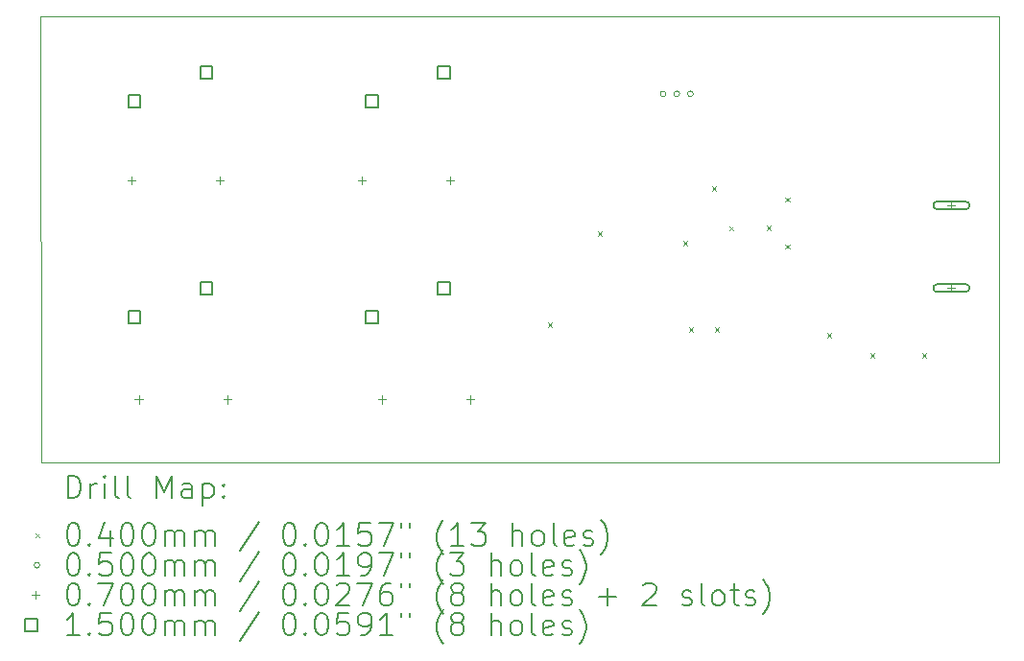
<source format=gbr>
%TF.GenerationSoftware,KiCad,Pcbnew,7.0.1*%
%TF.CreationDate,2023-04-28T17:45:18+02:00*%
%TF.ProjectId,4_switch_pcb,345f7377-6974-4636-985f-7063622e6b69,rev?*%
%TF.SameCoordinates,Original*%
%TF.FileFunction,Drillmap*%
%TF.FilePolarity,Positive*%
%FSLAX45Y45*%
G04 Gerber Fmt 4.5, Leading zero omitted, Abs format (unit mm)*
G04 Created by KiCad (PCBNEW 7.0.1) date 2023-04-28 17:45:18*
%MOMM*%
%LPD*%
G01*
G04 APERTURE LIST*
%ADD10C,0.100000*%
%ADD11C,0.200000*%
%ADD12C,0.040000*%
%ADD13C,0.050000*%
%ADD14C,0.070000*%
%ADD15C,0.150000*%
G04 APERTURE END LIST*
D10*
X10500000Y-9601200D02*
X10500000Y-9601200D01*
X10500000Y-9601200D02*
X10490200Y-5664200D01*
X10490200Y-5664200D02*
X18948400Y-5664200D01*
X18950000Y-9601200D02*
X10500000Y-9601200D01*
X18948400Y-5664200D02*
X18950000Y-9601200D01*
D11*
D12*
X14966000Y-8370950D02*
X15006000Y-8410950D01*
X15006000Y-8370950D02*
X14966000Y-8410950D01*
X15407000Y-7565000D02*
X15447000Y-7605000D01*
X15447000Y-7565000D02*
X15407000Y-7605000D01*
X16159800Y-7650800D02*
X16199800Y-7690800D01*
X16199800Y-7650800D02*
X16159800Y-7690800D01*
X16210600Y-8412800D02*
X16250600Y-8452800D01*
X16250600Y-8412800D02*
X16210600Y-8452800D01*
X16413800Y-7168200D02*
X16453800Y-7208200D01*
X16453800Y-7168200D02*
X16413800Y-7208200D01*
X16438770Y-8413230D02*
X16478770Y-8453230D01*
X16478770Y-8413230D02*
X16438770Y-8453230D01*
X16564950Y-7516800D02*
X16604950Y-7556800D01*
X16604950Y-7516800D02*
X16564950Y-7556800D01*
X16896400Y-7512450D02*
X16936400Y-7552450D01*
X16936400Y-7512450D02*
X16896400Y-7552450D01*
X17060000Y-7264000D02*
X17100000Y-7304000D01*
X17100000Y-7264000D02*
X17060000Y-7304000D01*
X17063000Y-7678000D02*
X17103000Y-7718000D01*
X17103000Y-7678000D02*
X17063000Y-7718000D01*
X17429800Y-8463600D02*
X17469800Y-8503600D01*
X17469800Y-8463600D02*
X17429800Y-8503600D01*
X17810800Y-8641400D02*
X17850800Y-8681400D01*
X17850800Y-8641400D02*
X17810800Y-8681400D01*
X18268000Y-8641400D02*
X18308000Y-8681400D01*
X18308000Y-8641400D02*
X18268000Y-8681400D01*
D13*
X16009200Y-6351000D02*
G75*
G03*
X16009200Y-6351000I-25000J0D01*
G01*
X16130200Y-6350000D02*
G75*
G03*
X16130200Y-6350000I-25000J0D01*
G01*
X16250200Y-6350000D02*
G75*
G03*
X16250200Y-6350000I-25000J0D01*
G01*
D14*
X11294000Y-7077000D02*
X11294000Y-7147000D01*
X11259000Y-7112000D02*
X11329000Y-7112000D01*
X11358750Y-9013750D02*
X11358750Y-9083750D01*
X11323750Y-9048750D02*
X11393750Y-9048750D01*
X12074000Y-7077000D02*
X12074000Y-7147000D01*
X12039000Y-7112000D02*
X12109000Y-7112000D01*
X12138750Y-9013750D02*
X12138750Y-9083750D01*
X12103750Y-9048750D02*
X12173750Y-9048750D01*
X13326000Y-7077000D02*
X13326000Y-7147000D01*
X13291000Y-7112000D02*
X13361000Y-7112000D01*
X13501875Y-9013750D02*
X13501875Y-9083750D01*
X13466875Y-9048750D02*
X13536875Y-9048750D01*
X14106000Y-7077000D02*
X14106000Y-7147000D01*
X14071000Y-7112000D02*
X14141000Y-7112000D01*
X14281875Y-9013750D02*
X14281875Y-9083750D01*
X14246875Y-9048750D02*
X14316875Y-9048750D01*
X18528000Y-7300000D02*
X18528000Y-7370000D01*
X18493000Y-7335000D02*
X18563000Y-7335000D01*
D11*
X18653000Y-7300000D02*
X18403000Y-7300000D01*
X18403000Y-7300000D02*
G75*
G03*
X18403000Y-7370000I0J-35000D01*
G01*
X18403000Y-7370000D02*
X18653000Y-7370000D01*
X18653000Y-7370000D02*
G75*
G03*
X18653000Y-7300000I0J35000D01*
G01*
D14*
X18528000Y-8030000D02*
X18528000Y-8100000D01*
X18493000Y-8065000D02*
X18563000Y-8065000D01*
D11*
X18653000Y-8030000D02*
X18403000Y-8030000D01*
X18403000Y-8030000D02*
G75*
G03*
X18403000Y-8100000I0J-35000D01*
G01*
X18403000Y-8100000D02*
X18653000Y-8100000D01*
X18653000Y-8100000D02*
G75*
G03*
X18653000Y-8030000I0J35000D01*
G01*
D15*
X11371908Y-6466533D02*
X11371908Y-6360466D01*
X11265841Y-6360466D01*
X11265841Y-6466533D01*
X11371908Y-6466533D01*
X11371908Y-8371533D02*
X11371908Y-8265466D01*
X11265841Y-8265466D01*
X11265841Y-8371533D01*
X11371908Y-8371533D01*
X12006908Y-6212533D02*
X12006908Y-6106466D01*
X11900841Y-6106466D01*
X11900841Y-6212533D01*
X12006908Y-6212533D01*
X12006908Y-8117533D02*
X12006908Y-8011466D01*
X11900841Y-8011466D01*
X11900841Y-8117533D01*
X12006908Y-8117533D01*
X13467408Y-6466533D02*
X13467408Y-6360466D01*
X13361341Y-6360466D01*
X13361341Y-6466533D01*
X13467408Y-6466533D01*
X13467408Y-8371533D02*
X13467408Y-8265466D01*
X13361341Y-8265466D01*
X13361341Y-8371533D01*
X13467408Y-8371533D01*
X14102408Y-6212533D02*
X14102408Y-6106466D01*
X13996341Y-6106466D01*
X13996341Y-6212533D01*
X14102408Y-6212533D01*
X14102408Y-8117533D02*
X14102408Y-8011466D01*
X13996341Y-8011466D01*
X13996341Y-8117533D01*
X14102408Y-8117533D01*
D11*
X10732819Y-9918724D02*
X10732819Y-9718724D01*
X10732819Y-9718724D02*
X10780438Y-9718724D01*
X10780438Y-9718724D02*
X10809010Y-9728248D01*
X10809010Y-9728248D02*
X10828057Y-9747295D01*
X10828057Y-9747295D02*
X10837581Y-9766343D01*
X10837581Y-9766343D02*
X10847105Y-9804438D01*
X10847105Y-9804438D02*
X10847105Y-9833010D01*
X10847105Y-9833010D02*
X10837581Y-9871105D01*
X10837581Y-9871105D02*
X10828057Y-9890152D01*
X10828057Y-9890152D02*
X10809010Y-9909200D01*
X10809010Y-9909200D02*
X10780438Y-9918724D01*
X10780438Y-9918724D02*
X10732819Y-9918724D01*
X10932819Y-9918724D02*
X10932819Y-9785390D01*
X10932819Y-9823486D02*
X10942343Y-9804438D01*
X10942343Y-9804438D02*
X10951867Y-9794914D01*
X10951867Y-9794914D02*
X10970914Y-9785390D01*
X10970914Y-9785390D02*
X10989962Y-9785390D01*
X11056629Y-9918724D02*
X11056629Y-9785390D01*
X11056629Y-9718724D02*
X11047105Y-9728248D01*
X11047105Y-9728248D02*
X11056629Y-9737771D01*
X11056629Y-9737771D02*
X11066152Y-9728248D01*
X11066152Y-9728248D02*
X11056629Y-9718724D01*
X11056629Y-9718724D02*
X11056629Y-9737771D01*
X11180438Y-9918724D02*
X11161390Y-9909200D01*
X11161390Y-9909200D02*
X11151867Y-9890152D01*
X11151867Y-9890152D02*
X11151867Y-9718724D01*
X11285200Y-9918724D02*
X11266152Y-9909200D01*
X11266152Y-9909200D02*
X11256628Y-9890152D01*
X11256628Y-9890152D02*
X11256628Y-9718724D01*
X11513771Y-9918724D02*
X11513771Y-9718724D01*
X11513771Y-9718724D02*
X11580438Y-9861581D01*
X11580438Y-9861581D02*
X11647105Y-9718724D01*
X11647105Y-9718724D02*
X11647105Y-9918724D01*
X11828057Y-9918724D02*
X11828057Y-9813962D01*
X11828057Y-9813962D02*
X11818533Y-9794914D01*
X11818533Y-9794914D02*
X11799486Y-9785390D01*
X11799486Y-9785390D02*
X11761390Y-9785390D01*
X11761390Y-9785390D02*
X11742343Y-9794914D01*
X11828057Y-9909200D02*
X11809009Y-9918724D01*
X11809009Y-9918724D02*
X11761390Y-9918724D01*
X11761390Y-9918724D02*
X11742343Y-9909200D01*
X11742343Y-9909200D02*
X11732819Y-9890152D01*
X11732819Y-9890152D02*
X11732819Y-9871105D01*
X11732819Y-9871105D02*
X11742343Y-9852057D01*
X11742343Y-9852057D02*
X11761390Y-9842533D01*
X11761390Y-9842533D02*
X11809009Y-9842533D01*
X11809009Y-9842533D02*
X11828057Y-9833010D01*
X11923295Y-9785390D02*
X11923295Y-9985390D01*
X11923295Y-9794914D02*
X11942343Y-9785390D01*
X11942343Y-9785390D02*
X11980438Y-9785390D01*
X11980438Y-9785390D02*
X11999486Y-9794914D01*
X11999486Y-9794914D02*
X12009009Y-9804438D01*
X12009009Y-9804438D02*
X12018533Y-9823486D01*
X12018533Y-9823486D02*
X12018533Y-9880629D01*
X12018533Y-9880629D02*
X12009009Y-9899676D01*
X12009009Y-9899676D02*
X11999486Y-9909200D01*
X11999486Y-9909200D02*
X11980438Y-9918724D01*
X11980438Y-9918724D02*
X11942343Y-9918724D01*
X11942343Y-9918724D02*
X11923295Y-9909200D01*
X12104248Y-9899676D02*
X12113771Y-9909200D01*
X12113771Y-9909200D02*
X12104248Y-9918724D01*
X12104248Y-9918724D02*
X12094724Y-9909200D01*
X12094724Y-9909200D02*
X12104248Y-9899676D01*
X12104248Y-9899676D02*
X12104248Y-9918724D01*
X12104248Y-9794914D02*
X12113771Y-9804438D01*
X12113771Y-9804438D02*
X12104248Y-9813962D01*
X12104248Y-9813962D02*
X12094724Y-9804438D01*
X12094724Y-9804438D02*
X12104248Y-9794914D01*
X12104248Y-9794914D02*
X12104248Y-9813962D01*
D12*
X10445200Y-10226200D02*
X10485200Y-10266200D01*
X10485200Y-10226200D02*
X10445200Y-10266200D01*
D11*
X10770914Y-10138724D02*
X10789962Y-10138724D01*
X10789962Y-10138724D02*
X10809010Y-10148248D01*
X10809010Y-10148248D02*
X10818533Y-10157771D01*
X10818533Y-10157771D02*
X10828057Y-10176819D01*
X10828057Y-10176819D02*
X10837581Y-10214914D01*
X10837581Y-10214914D02*
X10837581Y-10262533D01*
X10837581Y-10262533D02*
X10828057Y-10300629D01*
X10828057Y-10300629D02*
X10818533Y-10319676D01*
X10818533Y-10319676D02*
X10809010Y-10329200D01*
X10809010Y-10329200D02*
X10789962Y-10338724D01*
X10789962Y-10338724D02*
X10770914Y-10338724D01*
X10770914Y-10338724D02*
X10751867Y-10329200D01*
X10751867Y-10329200D02*
X10742343Y-10319676D01*
X10742343Y-10319676D02*
X10732819Y-10300629D01*
X10732819Y-10300629D02*
X10723295Y-10262533D01*
X10723295Y-10262533D02*
X10723295Y-10214914D01*
X10723295Y-10214914D02*
X10732819Y-10176819D01*
X10732819Y-10176819D02*
X10742343Y-10157771D01*
X10742343Y-10157771D02*
X10751867Y-10148248D01*
X10751867Y-10148248D02*
X10770914Y-10138724D01*
X10923295Y-10319676D02*
X10932819Y-10329200D01*
X10932819Y-10329200D02*
X10923295Y-10338724D01*
X10923295Y-10338724D02*
X10913771Y-10329200D01*
X10913771Y-10329200D02*
X10923295Y-10319676D01*
X10923295Y-10319676D02*
X10923295Y-10338724D01*
X11104248Y-10205390D02*
X11104248Y-10338724D01*
X11056629Y-10129200D02*
X11009010Y-10272057D01*
X11009010Y-10272057D02*
X11132819Y-10272057D01*
X11247105Y-10138724D02*
X11266152Y-10138724D01*
X11266152Y-10138724D02*
X11285200Y-10148248D01*
X11285200Y-10148248D02*
X11294724Y-10157771D01*
X11294724Y-10157771D02*
X11304248Y-10176819D01*
X11304248Y-10176819D02*
X11313771Y-10214914D01*
X11313771Y-10214914D02*
X11313771Y-10262533D01*
X11313771Y-10262533D02*
X11304248Y-10300629D01*
X11304248Y-10300629D02*
X11294724Y-10319676D01*
X11294724Y-10319676D02*
X11285200Y-10329200D01*
X11285200Y-10329200D02*
X11266152Y-10338724D01*
X11266152Y-10338724D02*
X11247105Y-10338724D01*
X11247105Y-10338724D02*
X11228057Y-10329200D01*
X11228057Y-10329200D02*
X11218533Y-10319676D01*
X11218533Y-10319676D02*
X11209009Y-10300629D01*
X11209009Y-10300629D02*
X11199486Y-10262533D01*
X11199486Y-10262533D02*
X11199486Y-10214914D01*
X11199486Y-10214914D02*
X11209009Y-10176819D01*
X11209009Y-10176819D02*
X11218533Y-10157771D01*
X11218533Y-10157771D02*
X11228057Y-10148248D01*
X11228057Y-10148248D02*
X11247105Y-10138724D01*
X11437581Y-10138724D02*
X11456629Y-10138724D01*
X11456629Y-10138724D02*
X11475676Y-10148248D01*
X11475676Y-10148248D02*
X11485200Y-10157771D01*
X11485200Y-10157771D02*
X11494724Y-10176819D01*
X11494724Y-10176819D02*
X11504248Y-10214914D01*
X11504248Y-10214914D02*
X11504248Y-10262533D01*
X11504248Y-10262533D02*
X11494724Y-10300629D01*
X11494724Y-10300629D02*
X11485200Y-10319676D01*
X11485200Y-10319676D02*
X11475676Y-10329200D01*
X11475676Y-10329200D02*
X11456629Y-10338724D01*
X11456629Y-10338724D02*
X11437581Y-10338724D01*
X11437581Y-10338724D02*
X11418533Y-10329200D01*
X11418533Y-10329200D02*
X11409009Y-10319676D01*
X11409009Y-10319676D02*
X11399486Y-10300629D01*
X11399486Y-10300629D02*
X11389962Y-10262533D01*
X11389962Y-10262533D02*
X11389962Y-10214914D01*
X11389962Y-10214914D02*
X11399486Y-10176819D01*
X11399486Y-10176819D02*
X11409009Y-10157771D01*
X11409009Y-10157771D02*
X11418533Y-10148248D01*
X11418533Y-10148248D02*
X11437581Y-10138724D01*
X11589962Y-10338724D02*
X11589962Y-10205390D01*
X11589962Y-10224438D02*
X11599486Y-10214914D01*
X11599486Y-10214914D02*
X11618533Y-10205390D01*
X11618533Y-10205390D02*
X11647105Y-10205390D01*
X11647105Y-10205390D02*
X11666152Y-10214914D01*
X11666152Y-10214914D02*
X11675676Y-10233962D01*
X11675676Y-10233962D02*
X11675676Y-10338724D01*
X11675676Y-10233962D02*
X11685200Y-10214914D01*
X11685200Y-10214914D02*
X11704248Y-10205390D01*
X11704248Y-10205390D02*
X11732819Y-10205390D01*
X11732819Y-10205390D02*
X11751867Y-10214914D01*
X11751867Y-10214914D02*
X11761390Y-10233962D01*
X11761390Y-10233962D02*
X11761390Y-10338724D01*
X11856629Y-10338724D02*
X11856629Y-10205390D01*
X11856629Y-10224438D02*
X11866152Y-10214914D01*
X11866152Y-10214914D02*
X11885200Y-10205390D01*
X11885200Y-10205390D02*
X11913771Y-10205390D01*
X11913771Y-10205390D02*
X11932819Y-10214914D01*
X11932819Y-10214914D02*
X11942343Y-10233962D01*
X11942343Y-10233962D02*
X11942343Y-10338724D01*
X11942343Y-10233962D02*
X11951867Y-10214914D01*
X11951867Y-10214914D02*
X11970914Y-10205390D01*
X11970914Y-10205390D02*
X11999486Y-10205390D01*
X11999486Y-10205390D02*
X12018533Y-10214914D01*
X12018533Y-10214914D02*
X12028057Y-10233962D01*
X12028057Y-10233962D02*
X12028057Y-10338724D01*
X12418533Y-10129200D02*
X12247105Y-10386343D01*
X12675676Y-10138724D02*
X12694724Y-10138724D01*
X12694724Y-10138724D02*
X12713772Y-10148248D01*
X12713772Y-10148248D02*
X12723295Y-10157771D01*
X12723295Y-10157771D02*
X12732819Y-10176819D01*
X12732819Y-10176819D02*
X12742343Y-10214914D01*
X12742343Y-10214914D02*
X12742343Y-10262533D01*
X12742343Y-10262533D02*
X12732819Y-10300629D01*
X12732819Y-10300629D02*
X12723295Y-10319676D01*
X12723295Y-10319676D02*
X12713772Y-10329200D01*
X12713772Y-10329200D02*
X12694724Y-10338724D01*
X12694724Y-10338724D02*
X12675676Y-10338724D01*
X12675676Y-10338724D02*
X12656629Y-10329200D01*
X12656629Y-10329200D02*
X12647105Y-10319676D01*
X12647105Y-10319676D02*
X12637581Y-10300629D01*
X12637581Y-10300629D02*
X12628057Y-10262533D01*
X12628057Y-10262533D02*
X12628057Y-10214914D01*
X12628057Y-10214914D02*
X12637581Y-10176819D01*
X12637581Y-10176819D02*
X12647105Y-10157771D01*
X12647105Y-10157771D02*
X12656629Y-10148248D01*
X12656629Y-10148248D02*
X12675676Y-10138724D01*
X12828057Y-10319676D02*
X12837581Y-10329200D01*
X12837581Y-10329200D02*
X12828057Y-10338724D01*
X12828057Y-10338724D02*
X12818533Y-10329200D01*
X12818533Y-10329200D02*
X12828057Y-10319676D01*
X12828057Y-10319676D02*
X12828057Y-10338724D01*
X12961391Y-10138724D02*
X12980438Y-10138724D01*
X12980438Y-10138724D02*
X12999486Y-10148248D01*
X12999486Y-10148248D02*
X13009010Y-10157771D01*
X13009010Y-10157771D02*
X13018533Y-10176819D01*
X13018533Y-10176819D02*
X13028057Y-10214914D01*
X13028057Y-10214914D02*
X13028057Y-10262533D01*
X13028057Y-10262533D02*
X13018533Y-10300629D01*
X13018533Y-10300629D02*
X13009010Y-10319676D01*
X13009010Y-10319676D02*
X12999486Y-10329200D01*
X12999486Y-10329200D02*
X12980438Y-10338724D01*
X12980438Y-10338724D02*
X12961391Y-10338724D01*
X12961391Y-10338724D02*
X12942343Y-10329200D01*
X12942343Y-10329200D02*
X12932819Y-10319676D01*
X12932819Y-10319676D02*
X12923295Y-10300629D01*
X12923295Y-10300629D02*
X12913772Y-10262533D01*
X12913772Y-10262533D02*
X12913772Y-10214914D01*
X12913772Y-10214914D02*
X12923295Y-10176819D01*
X12923295Y-10176819D02*
X12932819Y-10157771D01*
X12932819Y-10157771D02*
X12942343Y-10148248D01*
X12942343Y-10148248D02*
X12961391Y-10138724D01*
X13218533Y-10338724D02*
X13104248Y-10338724D01*
X13161391Y-10338724D02*
X13161391Y-10138724D01*
X13161391Y-10138724D02*
X13142343Y-10167295D01*
X13142343Y-10167295D02*
X13123295Y-10186343D01*
X13123295Y-10186343D02*
X13104248Y-10195867D01*
X13399486Y-10138724D02*
X13304248Y-10138724D01*
X13304248Y-10138724D02*
X13294724Y-10233962D01*
X13294724Y-10233962D02*
X13304248Y-10224438D01*
X13304248Y-10224438D02*
X13323295Y-10214914D01*
X13323295Y-10214914D02*
X13370914Y-10214914D01*
X13370914Y-10214914D02*
X13389962Y-10224438D01*
X13389962Y-10224438D02*
X13399486Y-10233962D01*
X13399486Y-10233962D02*
X13409010Y-10253010D01*
X13409010Y-10253010D02*
X13409010Y-10300629D01*
X13409010Y-10300629D02*
X13399486Y-10319676D01*
X13399486Y-10319676D02*
X13389962Y-10329200D01*
X13389962Y-10329200D02*
X13370914Y-10338724D01*
X13370914Y-10338724D02*
X13323295Y-10338724D01*
X13323295Y-10338724D02*
X13304248Y-10329200D01*
X13304248Y-10329200D02*
X13294724Y-10319676D01*
X13475676Y-10138724D02*
X13609010Y-10138724D01*
X13609010Y-10138724D02*
X13523295Y-10338724D01*
X13675676Y-10138724D02*
X13675676Y-10176819D01*
X13751867Y-10138724D02*
X13751867Y-10176819D01*
X14047105Y-10414914D02*
X14037581Y-10405390D01*
X14037581Y-10405390D02*
X14018534Y-10376819D01*
X14018534Y-10376819D02*
X14009010Y-10357771D01*
X14009010Y-10357771D02*
X13999486Y-10329200D01*
X13999486Y-10329200D02*
X13989962Y-10281581D01*
X13989962Y-10281581D02*
X13989962Y-10243486D01*
X13989962Y-10243486D02*
X13999486Y-10195867D01*
X13999486Y-10195867D02*
X14009010Y-10167295D01*
X14009010Y-10167295D02*
X14018534Y-10148248D01*
X14018534Y-10148248D02*
X14037581Y-10119676D01*
X14037581Y-10119676D02*
X14047105Y-10110152D01*
X14228057Y-10338724D02*
X14113772Y-10338724D01*
X14170914Y-10338724D02*
X14170914Y-10138724D01*
X14170914Y-10138724D02*
X14151867Y-10167295D01*
X14151867Y-10167295D02*
X14132819Y-10186343D01*
X14132819Y-10186343D02*
X14113772Y-10195867D01*
X14294724Y-10138724D02*
X14418534Y-10138724D01*
X14418534Y-10138724D02*
X14351867Y-10214914D01*
X14351867Y-10214914D02*
X14380438Y-10214914D01*
X14380438Y-10214914D02*
X14399486Y-10224438D01*
X14399486Y-10224438D02*
X14409010Y-10233962D01*
X14409010Y-10233962D02*
X14418534Y-10253010D01*
X14418534Y-10253010D02*
X14418534Y-10300629D01*
X14418534Y-10300629D02*
X14409010Y-10319676D01*
X14409010Y-10319676D02*
X14399486Y-10329200D01*
X14399486Y-10329200D02*
X14380438Y-10338724D01*
X14380438Y-10338724D02*
X14323295Y-10338724D01*
X14323295Y-10338724D02*
X14304248Y-10329200D01*
X14304248Y-10329200D02*
X14294724Y-10319676D01*
X14656629Y-10338724D02*
X14656629Y-10138724D01*
X14742343Y-10338724D02*
X14742343Y-10233962D01*
X14742343Y-10233962D02*
X14732819Y-10214914D01*
X14732819Y-10214914D02*
X14713772Y-10205390D01*
X14713772Y-10205390D02*
X14685200Y-10205390D01*
X14685200Y-10205390D02*
X14666153Y-10214914D01*
X14666153Y-10214914D02*
X14656629Y-10224438D01*
X14866153Y-10338724D02*
X14847105Y-10329200D01*
X14847105Y-10329200D02*
X14837581Y-10319676D01*
X14837581Y-10319676D02*
X14828057Y-10300629D01*
X14828057Y-10300629D02*
X14828057Y-10243486D01*
X14828057Y-10243486D02*
X14837581Y-10224438D01*
X14837581Y-10224438D02*
X14847105Y-10214914D01*
X14847105Y-10214914D02*
X14866153Y-10205390D01*
X14866153Y-10205390D02*
X14894724Y-10205390D01*
X14894724Y-10205390D02*
X14913772Y-10214914D01*
X14913772Y-10214914D02*
X14923296Y-10224438D01*
X14923296Y-10224438D02*
X14932819Y-10243486D01*
X14932819Y-10243486D02*
X14932819Y-10300629D01*
X14932819Y-10300629D02*
X14923296Y-10319676D01*
X14923296Y-10319676D02*
X14913772Y-10329200D01*
X14913772Y-10329200D02*
X14894724Y-10338724D01*
X14894724Y-10338724D02*
X14866153Y-10338724D01*
X15047105Y-10338724D02*
X15028057Y-10329200D01*
X15028057Y-10329200D02*
X15018534Y-10310152D01*
X15018534Y-10310152D02*
X15018534Y-10138724D01*
X15199486Y-10329200D02*
X15180438Y-10338724D01*
X15180438Y-10338724D02*
X15142343Y-10338724D01*
X15142343Y-10338724D02*
X15123296Y-10329200D01*
X15123296Y-10329200D02*
X15113772Y-10310152D01*
X15113772Y-10310152D02*
X15113772Y-10233962D01*
X15113772Y-10233962D02*
X15123296Y-10214914D01*
X15123296Y-10214914D02*
X15142343Y-10205390D01*
X15142343Y-10205390D02*
X15180438Y-10205390D01*
X15180438Y-10205390D02*
X15199486Y-10214914D01*
X15199486Y-10214914D02*
X15209010Y-10233962D01*
X15209010Y-10233962D02*
X15209010Y-10253010D01*
X15209010Y-10253010D02*
X15113772Y-10272057D01*
X15285200Y-10329200D02*
X15304248Y-10338724D01*
X15304248Y-10338724D02*
X15342343Y-10338724D01*
X15342343Y-10338724D02*
X15361391Y-10329200D01*
X15361391Y-10329200D02*
X15370915Y-10310152D01*
X15370915Y-10310152D02*
X15370915Y-10300629D01*
X15370915Y-10300629D02*
X15361391Y-10281581D01*
X15361391Y-10281581D02*
X15342343Y-10272057D01*
X15342343Y-10272057D02*
X15313772Y-10272057D01*
X15313772Y-10272057D02*
X15294724Y-10262533D01*
X15294724Y-10262533D02*
X15285200Y-10243486D01*
X15285200Y-10243486D02*
X15285200Y-10233962D01*
X15285200Y-10233962D02*
X15294724Y-10214914D01*
X15294724Y-10214914D02*
X15313772Y-10205390D01*
X15313772Y-10205390D02*
X15342343Y-10205390D01*
X15342343Y-10205390D02*
X15361391Y-10214914D01*
X15437581Y-10414914D02*
X15447105Y-10405390D01*
X15447105Y-10405390D02*
X15466153Y-10376819D01*
X15466153Y-10376819D02*
X15475677Y-10357771D01*
X15475677Y-10357771D02*
X15485200Y-10329200D01*
X15485200Y-10329200D02*
X15494724Y-10281581D01*
X15494724Y-10281581D02*
X15494724Y-10243486D01*
X15494724Y-10243486D02*
X15485200Y-10195867D01*
X15485200Y-10195867D02*
X15475677Y-10167295D01*
X15475677Y-10167295D02*
X15466153Y-10148248D01*
X15466153Y-10148248D02*
X15447105Y-10119676D01*
X15447105Y-10119676D02*
X15437581Y-10110152D01*
D13*
X10485200Y-10510200D02*
G75*
G03*
X10485200Y-10510200I-25000J0D01*
G01*
D11*
X10770914Y-10402724D02*
X10789962Y-10402724D01*
X10789962Y-10402724D02*
X10809010Y-10412248D01*
X10809010Y-10412248D02*
X10818533Y-10421771D01*
X10818533Y-10421771D02*
X10828057Y-10440819D01*
X10828057Y-10440819D02*
X10837581Y-10478914D01*
X10837581Y-10478914D02*
X10837581Y-10526533D01*
X10837581Y-10526533D02*
X10828057Y-10564629D01*
X10828057Y-10564629D02*
X10818533Y-10583676D01*
X10818533Y-10583676D02*
X10809010Y-10593200D01*
X10809010Y-10593200D02*
X10789962Y-10602724D01*
X10789962Y-10602724D02*
X10770914Y-10602724D01*
X10770914Y-10602724D02*
X10751867Y-10593200D01*
X10751867Y-10593200D02*
X10742343Y-10583676D01*
X10742343Y-10583676D02*
X10732819Y-10564629D01*
X10732819Y-10564629D02*
X10723295Y-10526533D01*
X10723295Y-10526533D02*
X10723295Y-10478914D01*
X10723295Y-10478914D02*
X10732819Y-10440819D01*
X10732819Y-10440819D02*
X10742343Y-10421771D01*
X10742343Y-10421771D02*
X10751867Y-10412248D01*
X10751867Y-10412248D02*
X10770914Y-10402724D01*
X10923295Y-10583676D02*
X10932819Y-10593200D01*
X10932819Y-10593200D02*
X10923295Y-10602724D01*
X10923295Y-10602724D02*
X10913771Y-10593200D01*
X10913771Y-10593200D02*
X10923295Y-10583676D01*
X10923295Y-10583676D02*
X10923295Y-10602724D01*
X11113771Y-10402724D02*
X11018533Y-10402724D01*
X11018533Y-10402724D02*
X11009010Y-10497962D01*
X11009010Y-10497962D02*
X11018533Y-10488438D01*
X11018533Y-10488438D02*
X11037581Y-10478914D01*
X11037581Y-10478914D02*
X11085200Y-10478914D01*
X11085200Y-10478914D02*
X11104248Y-10488438D01*
X11104248Y-10488438D02*
X11113771Y-10497962D01*
X11113771Y-10497962D02*
X11123295Y-10517010D01*
X11123295Y-10517010D02*
X11123295Y-10564629D01*
X11123295Y-10564629D02*
X11113771Y-10583676D01*
X11113771Y-10583676D02*
X11104248Y-10593200D01*
X11104248Y-10593200D02*
X11085200Y-10602724D01*
X11085200Y-10602724D02*
X11037581Y-10602724D01*
X11037581Y-10602724D02*
X11018533Y-10593200D01*
X11018533Y-10593200D02*
X11009010Y-10583676D01*
X11247105Y-10402724D02*
X11266152Y-10402724D01*
X11266152Y-10402724D02*
X11285200Y-10412248D01*
X11285200Y-10412248D02*
X11294724Y-10421771D01*
X11294724Y-10421771D02*
X11304248Y-10440819D01*
X11304248Y-10440819D02*
X11313771Y-10478914D01*
X11313771Y-10478914D02*
X11313771Y-10526533D01*
X11313771Y-10526533D02*
X11304248Y-10564629D01*
X11304248Y-10564629D02*
X11294724Y-10583676D01*
X11294724Y-10583676D02*
X11285200Y-10593200D01*
X11285200Y-10593200D02*
X11266152Y-10602724D01*
X11266152Y-10602724D02*
X11247105Y-10602724D01*
X11247105Y-10602724D02*
X11228057Y-10593200D01*
X11228057Y-10593200D02*
X11218533Y-10583676D01*
X11218533Y-10583676D02*
X11209009Y-10564629D01*
X11209009Y-10564629D02*
X11199486Y-10526533D01*
X11199486Y-10526533D02*
X11199486Y-10478914D01*
X11199486Y-10478914D02*
X11209009Y-10440819D01*
X11209009Y-10440819D02*
X11218533Y-10421771D01*
X11218533Y-10421771D02*
X11228057Y-10412248D01*
X11228057Y-10412248D02*
X11247105Y-10402724D01*
X11437581Y-10402724D02*
X11456629Y-10402724D01*
X11456629Y-10402724D02*
X11475676Y-10412248D01*
X11475676Y-10412248D02*
X11485200Y-10421771D01*
X11485200Y-10421771D02*
X11494724Y-10440819D01*
X11494724Y-10440819D02*
X11504248Y-10478914D01*
X11504248Y-10478914D02*
X11504248Y-10526533D01*
X11504248Y-10526533D02*
X11494724Y-10564629D01*
X11494724Y-10564629D02*
X11485200Y-10583676D01*
X11485200Y-10583676D02*
X11475676Y-10593200D01*
X11475676Y-10593200D02*
X11456629Y-10602724D01*
X11456629Y-10602724D02*
X11437581Y-10602724D01*
X11437581Y-10602724D02*
X11418533Y-10593200D01*
X11418533Y-10593200D02*
X11409009Y-10583676D01*
X11409009Y-10583676D02*
X11399486Y-10564629D01*
X11399486Y-10564629D02*
X11389962Y-10526533D01*
X11389962Y-10526533D02*
X11389962Y-10478914D01*
X11389962Y-10478914D02*
X11399486Y-10440819D01*
X11399486Y-10440819D02*
X11409009Y-10421771D01*
X11409009Y-10421771D02*
X11418533Y-10412248D01*
X11418533Y-10412248D02*
X11437581Y-10402724D01*
X11589962Y-10602724D02*
X11589962Y-10469390D01*
X11589962Y-10488438D02*
X11599486Y-10478914D01*
X11599486Y-10478914D02*
X11618533Y-10469390D01*
X11618533Y-10469390D02*
X11647105Y-10469390D01*
X11647105Y-10469390D02*
X11666152Y-10478914D01*
X11666152Y-10478914D02*
X11675676Y-10497962D01*
X11675676Y-10497962D02*
X11675676Y-10602724D01*
X11675676Y-10497962D02*
X11685200Y-10478914D01*
X11685200Y-10478914D02*
X11704248Y-10469390D01*
X11704248Y-10469390D02*
X11732819Y-10469390D01*
X11732819Y-10469390D02*
X11751867Y-10478914D01*
X11751867Y-10478914D02*
X11761390Y-10497962D01*
X11761390Y-10497962D02*
X11761390Y-10602724D01*
X11856629Y-10602724D02*
X11856629Y-10469390D01*
X11856629Y-10488438D02*
X11866152Y-10478914D01*
X11866152Y-10478914D02*
X11885200Y-10469390D01*
X11885200Y-10469390D02*
X11913771Y-10469390D01*
X11913771Y-10469390D02*
X11932819Y-10478914D01*
X11932819Y-10478914D02*
X11942343Y-10497962D01*
X11942343Y-10497962D02*
X11942343Y-10602724D01*
X11942343Y-10497962D02*
X11951867Y-10478914D01*
X11951867Y-10478914D02*
X11970914Y-10469390D01*
X11970914Y-10469390D02*
X11999486Y-10469390D01*
X11999486Y-10469390D02*
X12018533Y-10478914D01*
X12018533Y-10478914D02*
X12028057Y-10497962D01*
X12028057Y-10497962D02*
X12028057Y-10602724D01*
X12418533Y-10393200D02*
X12247105Y-10650343D01*
X12675676Y-10402724D02*
X12694724Y-10402724D01*
X12694724Y-10402724D02*
X12713772Y-10412248D01*
X12713772Y-10412248D02*
X12723295Y-10421771D01*
X12723295Y-10421771D02*
X12732819Y-10440819D01*
X12732819Y-10440819D02*
X12742343Y-10478914D01*
X12742343Y-10478914D02*
X12742343Y-10526533D01*
X12742343Y-10526533D02*
X12732819Y-10564629D01*
X12732819Y-10564629D02*
X12723295Y-10583676D01*
X12723295Y-10583676D02*
X12713772Y-10593200D01*
X12713772Y-10593200D02*
X12694724Y-10602724D01*
X12694724Y-10602724D02*
X12675676Y-10602724D01*
X12675676Y-10602724D02*
X12656629Y-10593200D01*
X12656629Y-10593200D02*
X12647105Y-10583676D01*
X12647105Y-10583676D02*
X12637581Y-10564629D01*
X12637581Y-10564629D02*
X12628057Y-10526533D01*
X12628057Y-10526533D02*
X12628057Y-10478914D01*
X12628057Y-10478914D02*
X12637581Y-10440819D01*
X12637581Y-10440819D02*
X12647105Y-10421771D01*
X12647105Y-10421771D02*
X12656629Y-10412248D01*
X12656629Y-10412248D02*
X12675676Y-10402724D01*
X12828057Y-10583676D02*
X12837581Y-10593200D01*
X12837581Y-10593200D02*
X12828057Y-10602724D01*
X12828057Y-10602724D02*
X12818533Y-10593200D01*
X12818533Y-10593200D02*
X12828057Y-10583676D01*
X12828057Y-10583676D02*
X12828057Y-10602724D01*
X12961391Y-10402724D02*
X12980438Y-10402724D01*
X12980438Y-10402724D02*
X12999486Y-10412248D01*
X12999486Y-10412248D02*
X13009010Y-10421771D01*
X13009010Y-10421771D02*
X13018533Y-10440819D01*
X13018533Y-10440819D02*
X13028057Y-10478914D01*
X13028057Y-10478914D02*
X13028057Y-10526533D01*
X13028057Y-10526533D02*
X13018533Y-10564629D01*
X13018533Y-10564629D02*
X13009010Y-10583676D01*
X13009010Y-10583676D02*
X12999486Y-10593200D01*
X12999486Y-10593200D02*
X12980438Y-10602724D01*
X12980438Y-10602724D02*
X12961391Y-10602724D01*
X12961391Y-10602724D02*
X12942343Y-10593200D01*
X12942343Y-10593200D02*
X12932819Y-10583676D01*
X12932819Y-10583676D02*
X12923295Y-10564629D01*
X12923295Y-10564629D02*
X12913772Y-10526533D01*
X12913772Y-10526533D02*
X12913772Y-10478914D01*
X12913772Y-10478914D02*
X12923295Y-10440819D01*
X12923295Y-10440819D02*
X12932819Y-10421771D01*
X12932819Y-10421771D02*
X12942343Y-10412248D01*
X12942343Y-10412248D02*
X12961391Y-10402724D01*
X13218533Y-10602724D02*
X13104248Y-10602724D01*
X13161391Y-10602724D02*
X13161391Y-10402724D01*
X13161391Y-10402724D02*
X13142343Y-10431295D01*
X13142343Y-10431295D02*
X13123295Y-10450343D01*
X13123295Y-10450343D02*
X13104248Y-10459867D01*
X13313772Y-10602724D02*
X13351867Y-10602724D01*
X13351867Y-10602724D02*
X13370914Y-10593200D01*
X13370914Y-10593200D02*
X13380438Y-10583676D01*
X13380438Y-10583676D02*
X13399486Y-10555105D01*
X13399486Y-10555105D02*
X13409010Y-10517010D01*
X13409010Y-10517010D02*
X13409010Y-10440819D01*
X13409010Y-10440819D02*
X13399486Y-10421771D01*
X13399486Y-10421771D02*
X13389962Y-10412248D01*
X13389962Y-10412248D02*
X13370914Y-10402724D01*
X13370914Y-10402724D02*
X13332819Y-10402724D01*
X13332819Y-10402724D02*
X13313772Y-10412248D01*
X13313772Y-10412248D02*
X13304248Y-10421771D01*
X13304248Y-10421771D02*
X13294724Y-10440819D01*
X13294724Y-10440819D02*
X13294724Y-10488438D01*
X13294724Y-10488438D02*
X13304248Y-10507486D01*
X13304248Y-10507486D02*
X13313772Y-10517010D01*
X13313772Y-10517010D02*
X13332819Y-10526533D01*
X13332819Y-10526533D02*
X13370914Y-10526533D01*
X13370914Y-10526533D02*
X13389962Y-10517010D01*
X13389962Y-10517010D02*
X13399486Y-10507486D01*
X13399486Y-10507486D02*
X13409010Y-10488438D01*
X13475676Y-10402724D02*
X13609010Y-10402724D01*
X13609010Y-10402724D02*
X13523295Y-10602724D01*
X13675676Y-10402724D02*
X13675676Y-10440819D01*
X13751867Y-10402724D02*
X13751867Y-10440819D01*
X14047105Y-10678914D02*
X14037581Y-10669390D01*
X14037581Y-10669390D02*
X14018534Y-10640819D01*
X14018534Y-10640819D02*
X14009010Y-10621771D01*
X14009010Y-10621771D02*
X13999486Y-10593200D01*
X13999486Y-10593200D02*
X13989962Y-10545581D01*
X13989962Y-10545581D02*
X13989962Y-10507486D01*
X13989962Y-10507486D02*
X13999486Y-10459867D01*
X13999486Y-10459867D02*
X14009010Y-10431295D01*
X14009010Y-10431295D02*
X14018534Y-10412248D01*
X14018534Y-10412248D02*
X14037581Y-10383676D01*
X14037581Y-10383676D02*
X14047105Y-10374152D01*
X14104248Y-10402724D02*
X14228057Y-10402724D01*
X14228057Y-10402724D02*
X14161391Y-10478914D01*
X14161391Y-10478914D02*
X14189962Y-10478914D01*
X14189962Y-10478914D02*
X14209010Y-10488438D01*
X14209010Y-10488438D02*
X14218534Y-10497962D01*
X14218534Y-10497962D02*
X14228057Y-10517010D01*
X14228057Y-10517010D02*
X14228057Y-10564629D01*
X14228057Y-10564629D02*
X14218534Y-10583676D01*
X14218534Y-10583676D02*
X14209010Y-10593200D01*
X14209010Y-10593200D02*
X14189962Y-10602724D01*
X14189962Y-10602724D02*
X14132819Y-10602724D01*
X14132819Y-10602724D02*
X14113772Y-10593200D01*
X14113772Y-10593200D02*
X14104248Y-10583676D01*
X14466153Y-10602724D02*
X14466153Y-10402724D01*
X14551867Y-10602724D02*
X14551867Y-10497962D01*
X14551867Y-10497962D02*
X14542343Y-10478914D01*
X14542343Y-10478914D02*
X14523296Y-10469390D01*
X14523296Y-10469390D02*
X14494724Y-10469390D01*
X14494724Y-10469390D02*
X14475676Y-10478914D01*
X14475676Y-10478914D02*
X14466153Y-10488438D01*
X14675676Y-10602724D02*
X14656629Y-10593200D01*
X14656629Y-10593200D02*
X14647105Y-10583676D01*
X14647105Y-10583676D02*
X14637581Y-10564629D01*
X14637581Y-10564629D02*
X14637581Y-10507486D01*
X14637581Y-10507486D02*
X14647105Y-10488438D01*
X14647105Y-10488438D02*
X14656629Y-10478914D01*
X14656629Y-10478914D02*
X14675676Y-10469390D01*
X14675676Y-10469390D02*
X14704248Y-10469390D01*
X14704248Y-10469390D02*
X14723296Y-10478914D01*
X14723296Y-10478914D02*
X14732819Y-10488438D01*
X14732819Y-10488438D02*
X14742343Y-10507486D01*
X14742343Y-10507486D02*
X14742343Y-10564629D01*
X14742343Y-10564629D02*
X14732819Y-10583676D01*
X14732819Y-10583676D02*
X14723296Y-10593200D01*
X14723296Y-10593200D02*
X14704248Y-10602724D01*
X14704248Y-10602724D02*
X14675676Y-10602724D01*
X14856629Y-10602724D02*
X14837581Y-10593200D01*
X14837581Y-10593200D02*
X14828057Y-10574152D01*
X14828057Y-10574152D02*
X14828057Y-10402724D01*
X15009010Y-10593200D02*
X14989962Y-10602724D01*
X14989962Y-10602724D02*
X14951867Y-10602724D01*
X14951867Y-10602724D02*
X14932819Y-10593200D01*
X14932819Y-10593200D02*
X14923296Y-10574152D01*
X14923296Y-10574152D02*
X14923296Y-10497962D01*
X14923296Y-10497962D02*
X14932819Y-10478914D01*
X14932819Y-10478914D02*
X14951867Y-10469390D01*
X14951867Y-10469390D02*
X14989962Y-10469390D01*
X14989962Y-10469390D02*
X15009010Y-10478914D01*
X15009010Y-10478914D02*
X15018534Y-10497962D01*
X15018534Y-10497962D02*
X15018534Y-10517010D01*
X15018534Y-10517010D02*
X14923296Y-10536057D01*
X15094724Y-10593200D02*
X15113772Y-10602724D01*
X15113772Y-10602724D02*
X15151867Y-10602724D01*
X15151867Y-10602724D02*
X15170915Y-10593200D01*
X15170915Y-10593200D02*
X15180438Y-10574152D01*
X15180438Y-10574152D02*
X15180438Y-10564629D01*
X15180438Y-10564629D02*
X15170915Y-10545581D01*
X15170915Y-10545581D02*
X15151867Y-10536057D01*
X15151867Y-10536057D02*
X15123296Y-10536057D01*
X15123296Y-10536057D02*
X15104248Y-10526533D01*
X15104248Y-10526533D02*
X15094724Y-10507486D01*
X15094724Y-10507486D02*
X15094724Y-10497962D01*
X15094724Y-10497962D02*
X15104248Y-10478914D01*
X15104248Y-10478914D02*
X15123296Y-10469390D01*
X15123296Y-10469390D02*
X15151867Y-10469390D01*
X15151867Y-10469390D02*
X15170915Y-10478914D01*
X15247105Y-10678914D02*
X15256629Y-10669390D01*
X15256629Y-10669390D02*
X15275677Y-10640819D01*
X15275677Y-10640819D02*
X15285200Y-10621771D01*
X15285200Y-10621771D02*
X15294724Y-10593200D01*
X15294724Y-10593200D02*
X15304248Y-10545581D01*
X15304248Y-10545581D02*
X15304248Y-10507486D01*
X15304248Y-10507486D02*
X15294724Y-10459867D01*
X15294724Y-10459867D02*
X15285200Y-10431295D01*
X15285200Y-10431295D02*
X15275677Y-10412248D01*
X15275677Y-10412248D02*
X15256629Y-10383676D01*
X15256629Y-10383676D02*
X15247105Y-10374152D01*
D14*
X10450200Y-10739200D02*
X10450200Y-10809200D01*
X10415200Y-10774200D02*
X10485200Y-10774200D01*
D11*
X10770914Y-10666724D02*
X10789962Y-10666724D01*
X10789962Y-10666724D02*
X10809010Y-10676248D01*
X10809010Y-10676248D02*
X10818533Y-10685771D01*
X10818533Y-10685771D02*
X10828057Y-10704819D01*
X10828057Y-10704819D02*
X10837581Y-10742914D01*
X10837581Y-10742914D02*
X10837581Y-10790533D01*
X10837581Y-10790533D02*
X10828057Y-10828629D01*
X10828057Y-10828629D02*
X10818533Y-10847676D01*
X10818533Y-10847676D02*
X10809010Y-10857200D01*
X10809010Y-10857200D02*
X10789962Y-10866724D01*
X10789962Y-10866724D02*
X10770914Y-10866724D01*
X10770914Y-10866724D02*
X10751867Y-10857200D01*
X10751867Y-10857200D02*
X10742343Y-10847676D01*
X10742343Y-10847676D02*
X10732819Y-10828629D01*
X10732819Y-10828629D02*
X10723295Y-10790533D01*
X10723295Y-10790533D02*
X10723295Y-10742914D01*
X10723295Y-10742914D02*
X10732819Y-10704819D01*
X10732819Y-10704819D02*
X10742343Y-10685771D01*
X10742343Y-10685771D02*
X10751867Y-10676248D01*
X10751867Y-10676248D02*
X10770914Y-10666724D01*
X10923295Y-10847676D02*
X10932819Y-10857200D01*
X10932819Y-10857200D02*
X10923295Y-10866724D01*
X10923295Y-10866724D02*
X10913771Y-10857200D01*
X10913771Y-10857200D02*
X10923295Y-10847676D01*
X10923295Y-10847676D02*
X10923295Y-10866724D01*
X10999486Y-10666724D02*
X11132819Y-10666724D01*
X11132819Y-10666724D02*
X11047105Y-10866724D01*
X11247105Y-10666724D02*
X11266152Y-10666724D01*
X11266152Y-10666724D02*
X11285200Y-10676248D01*
X11285200Y-10676248D02*
X11294724Y-10685771D01*
X11294724Y-10685771D02*
X11304248Y-10704819D01*
X11304248Y-10704819D02*
X11313771Y-10742914D01*
X11313771Y-10742914D02*
X11313771Y-10790533D01*
X11313771Y-10790533D02*
X11304248Y-10828629D01*
X11304248Y-10828629D02*
X11294724Y-10847676D01*
X11294724Y-10847676D02*
X11285200Y-10857200D01*
X11285200Y-10857200D02*
X11266152Y-10866724D01*
X11266152Y-10866724D02*
X11247105Y-10866724D01*
X11247105Y-10866724D02*
X11228057Y-10857200D01*
X11228057Y-10857200D02*
X11218533Y-10847676D01*
X11218533Y-10847676D02*
X11209009Y-10828629D01*
X11209009Y-10828629D02*
X11199486Y-10790533D01*
X11199486Y-10790533D02*
X11199486Y-10742914D01*
X11199486Y-10742914D02*
X11209009Y-10704819D01*
X11209009Y-10704819D02*
X11218533Y-10685771D01*
X11218533Y-10685771D02*
X11228057Y-10676248D01*
X11228057Y-10676248D02*
X11247105Y-10666724D01*
X11437581Y-10666724D02*
X11456629Y-10666724D01*
X11456629Y-10666724D02*
X11475676Y-10676248D01*
X11475676Y-10676248D02*
X11485200Y-10685771D01*
X11485200Y-10685771D02*
X11494724Y-10704819D01*
X11494724Y-10704819D02*
X11504248Y-10742914D01*
X11504248Y-10742914D02*
X11504248Y-10790533D01*
X11504248Y-10790533D02*
X11494724Y-10828629D01*
X11494724Y-10828629D02*
X11485200Y-10847676D01*
X11485200Y-10847676D02*
X11475676Y-10857200D01*
X11475676Y-10857200D02*
X11456629Y-10866724D01*
X11456629Y-10866724D02*
X11437581Y-10866724D01*
X11437581Y-10866724D02*
X11418533Y-10857200D01*
X11418533Y-10857200D02*
X11409009Y-10847676D01*
X11409009Y-10847676D02*
X11399486Y-10828629D01*
X11399486Y-10828629D02*
X11389962Y-10790533D01*
X11389962Y-10790533D02*
X11389962Y-10742914D01*
X11389962Y-10742914D02*
X11399486Y-10704819D01*
X11399486Y-10704819D02*
X11409009Y-10685771D01*
X11409009Y-10685771D02*
X11418533Y-10676248D01*
X11418533Y-10676248D02*
X11437581Y-10666724D01*
X11589962Y-10866724D02*
X11589962Y-10733390D01*
X11589962Y-10752438D02*
X11599486Y-10742914D01*
X11599486Y-10742914D02*
X11618533Y-10733390D01*
X11618533Y-10733390D02*
X11647105Y-10733390D01*
X11647105Y-10733390D02*
X11666152Y-10742914D01*
X11666152Y-10742914D02*
X11675676Y-10761962D01*
X11675676Y-10761962D02*
X11675676Y-10866724D01*
X11675676Y-10761962D02*
X11685200Y-10742914D01*
X11685200Y-10742914D02*
X11704248Y-10733390D01*
X11704248Y-10733390D02*
X11732819Y-10733390D01*
X11732819Y-10733390D02*
X11751867Y-10742914D01*
X11751867Y-10742914D02*
X11761390Y-10761962D01*
X11761390Y-10761962D02*
X11761390Y-10866724D01*
X11856629Y-10866724D02*
X11856629Y-10733390D01*
X11856629Y-10752438D02*
X11866152Y-10742914D01*
X11866152Y-10742914D02*
X11885200Y-10733390D01*
X11885200Y-10733390D02*
X11913771Y-10733390D01*
X11913771Y-10733390D02*
X11932819Y-10742914D01*
X11932819Y-10742914D02*
X11942343Y-10761962D01*
X11942343Y-10761962D02*
X11942343Y-10866724D01*
X11942343Y-10761962D02*
X11951867Y-10742914D01*
X11951867Y-10742914D02*
X11970914Y-10733390D01*
X11970914Y-10733390D02*
X11999486Y-10733390D01*
X11999486Y-10733390D02*
X12018533Y-10742914D01*
X12018533Y-10742914D02*
X12028057Y-10761962D01*
X12028057Y-10761962D02*
X12028057Y-10866724D01*
X12418533Y-10657200D02*
X12247105Y-10914343D01*
X12675676Y-10666724D02*
X12694724Y-10666724D01*
X12694724Y-10666724D02*
X12713772Y-10676248D01*
X12713772Y-10676248D02*
X12723295Y-10685771D01*
X12723295Y-10685771D02*
X12732819Y-10704819D01*
X12732819Y-10704819D02*
X12742343Y-10742914D01*
X12742343Y-10742914D02*
X12742343Y-10790533D01*
X12742343Y-10790533D02*
X12732819Y-10828629D01*
X12732819Y-10828629D02*
X12723295Y-10847676D01*
X12723295Y-10847676D02*
X12713772Y-10857200D01*
X12713772Y-10857200D02*
X12694724Y-10866724D01*
X12694724Y-10866724D02*
X12675676Y-10866724D01*
X12675676Y-10866724D02*
X12656629Y-10857200D01*
X12656629Y-10857200D02*
X12647105Y-10847676D01*
X12647105Y-10847676D02*
X12637581Y-10828629D01*
X12637581Y-10828629D02*
X12628057Y-10790533D01*
X12628057Y-10790533D02*
X12628057Y-10742914D01*
X12628057Y-10742914D02*
X12637581Y-10704819D01*
X12637581Y-10704819D02*
X12647105Y-10685771D01*
X12647105Y-10685771D02*
X12656629Y-10676248D01*
X12656629Y-10676248D02*
X12675676Y-10666724D01*
X12828057Y-10847676D02*
X12837581Y-10857200D01*
X12837581Y-10857200D02*
X12828057Y-10866724D01*
X12828057Y-10866724D02*
X12818533Y-10857200D01*
X12818533Y-10857200D02*
X12828057Y-10847676D01*
X12828057Y-10847676D02*
X12828057Y-10866724D01*
X12961391Y-10666724D02*
X12980438Y-10666724D01*
X12980438Y-10666724D02*
X12999486Y-10676248D01*
X12999486Y-10676248D02*
X13009010Y-10685771D01*
X13009010Y-10685771D02*
X13018533Y-10704819D01*
X13018533Y-10704819D02*
X13028057Y-10742914D01*
X13028057Y-10742914D02*
X13028057Y-10790533D01*
X13028057Y-10790533D02*
X13018533Y-10828629D01*
X13018533Y-10828629D02*
X13009010Y-10847676D01*
X13009010Y-10847676D02*
X12999486Y-10857200D01*
X12999486Y-10857200D02*
X12980438Y-10866724D01*
X12980438Y-10866724D02*
X12961391Y-10866724D01*
X12961391Y-10866724D02*
X12942343Y-10857200D01*
X12942343Y-10857200D02*
X12932819Y-10847676D01*
X12932819Y-10847676D02*
X12923295Y-10828629D01*
X12923295Y-10828629D02*
X12913772Y-10790533D01*
X12913772Y-10790533D02*
X12913772Y-10742914D01*
X12913772Y-10742914D02*
X12923295Y-10704819D01*
X12923295Y-10704819D02*
X12932819Y-10685771D01*
X12932819Y-10685771D02*
X12942343Y-10676248D01*
X12942343Y-10676248D02*
X12961391Y-10666724D01*
X13104248Y-10685771D02*
X13113772Y-10676248D01*
X13113772Y-10676248D02*
X13132819Y-10666724D01*
X13132819Y-10666724D02*
X13180438Y-10666724D01*
X13180438Y-10666724D02*
X13199486Y-10676248D01*
X13199486Y-10676248D02*
X13209010Y-10685771D01*
X13209010Y-10685771D02*
X13218533Y-10704819D01*
X13218533Y-10704819D02*
X13218533Y-10723867D01*
X13218533Y-10723867D02*
X13209010Y-10752438D01*
X13209010Y-10752438D02*
X13094724Y-10866724D01*
X13094724Y-10866724D02*
X13218533Y-10866724D01*
X13285200Y-10666724D02*
X13418533Y-10666724D01*
X13418533Y-10666724D02*
X13332819Y-10866724D01*
X13580438Y-10666724D02*
X13542343Y-10666724D01*
X13542343Y-10666724D02*
X13523295Y-10676248D01*
X13523295Y-10676248D02*
X13513772Y-10685771D01*
X13513772Y-10685771D02*
X13494724Y-10714343D01*
X13494724Y-10714343D02*
X13485200Y-10752438D01*
X13485200Y-10752438D02*
X13485200Y-10828629D01*
X13485200Y-10828629D02*
X13494724Y-10847676D01*
X13494724Y-10847676D02*
X13504248Y-10857200D01*
X13504248Y-10857200D02*
X13523295Y-10866724D01*
X13523295Y-10866724D02*
X13561391Y-10866724D01*
X13561391Y-10866724D02*
X13580438Y-10857200D01*
X13580438Y-10857200D02*
X13589962Y-10847676D01*
X13589962Y-10847676D02*
X13599486Y-10828629D01*
X13599486Y-10828629D02*
X13599486Y-10781010D01*
X13599486Y-10781010D02*
X13589962Y-10761962D01*
X13589962Y-10761962D02*
X13580438Y-10752438D01*
X13580438Y-10752438D02*
X13561391Y-10742914D01*
X13561391Y-10742914D02*
X13523295Y-10742914D01*
X13523295Y-10742914D02*
X13504248Y-10752438D01*
X13504248Y-10752438D02*
X13494724Y-10761962D01*
X13494724Y-10761962D02*
X13485200Y-10781010D01*
X13675676Y-10666724D02*
X13675676Y-10704819D01*
X13751867Y-10666724D02*
X13751867Y-10704819D01*
X14047105Y-10942914D02*
X14037581Y-10933390D01*
X14037581Y-10933390D02*
X14018534Y-10904819D01*
X14018534Y-10904819D02*
X14009010Y-10885771D01*
X14009010Y-10885771D02*
X13999486Y-10857200D01*
X13999486Y-10857200D02*
X13989962Y-10809581D01*
X13989962Y-10809581D02*
X13989962Y-10771486D01*
X13989962Y-10771486D02*
X13999486Y-10723867D01*
X13999486Y-10723867D02*
X14009010Y-10695295D01*
X14009010Y-10695295D02*
X14018534Y-10676248D01*
X14018534Y-10676248D02*
X14037581Y-10647676D01*
X14037581Y-10647676D02*
X14047105Y-10638152D01*
X14151867Y-10752438D02*
X14132819Y-10742914D01*
X14132819Y-10742914D02*
X14123295Y-10733390D01*
X14123295Y-10733390D02*
X14113772Y-10714343D01*
X14113772Y-10714343D02*
X14113772Y-10704819D01*
X14113772Y-10704819D02*
X14123295Y-10685771D01*
X14123295Y-10685771D02*
X14132819Y-10676248D01*
X14132819Y-10676248D02*
X14151867Y-10666724D01*
X14151867Y-10666724D02*
X14189962Y-10666724D01*
X14189962Y-10666724D02*
X14209010Y-10676248D01*
X14209010Y-10676248D02*
X14218534Y-10685771D01*
X14218534Y-10685771D02*
X14228057Y-10704819D01*
X14228057Y-10704819D02*
X14228057Y-10714343D01*
X14228057Y-10714343D02*
X14218534Y-10733390D01*
X14218534Y-10733390D02*
X14209010Y-10742914D01*
X14209010Y-10742914D02*
X14189962Y-10752438D01*
X14189962Y-10752438D02*
X14151867Y-10752438D01*
X14151867Y-10752438D02*
X14132819Y-10761962D01*
X14132819Y-10761962D02*
X14123295Y-10771486D01*
X14123295Y-10771486D02*
X14113772Y-10790533D01*
X14113772Y-10790533D02*
X14113772Y-10828629D01*
X14113772Y-10828629D02*
X14123295Y-10847676D01*
X14123295Y-10847676D02*
X14132819Y-10857200D01*
X14132819Y-10857200D02*
X14151867Y-10866724D01*
X14151867Y-10866724D02*
X14189962Y-10866724D01*
X14189962Y-10866724D02*
X14209010Y-10857200D01*
X14209010Y-10857200D02*
X14218534Y-10847676D01*
X14218534Y-10847676D02*
X14228057Y-10828629D01*
X14228057Y-10828629D02*
X14228057Y-10790533D01*
X14228057Y-10790533D02*
X14218534Y-10771486D01*
X14218534Y-10771486D02*
X14209010Y-10761962D01*
X14209010Y-10761962D02*
X14189962Y-10752438D01*
X14466153Y-10866724D02*
X14466153Y-10666724D01*
X14551867Y-10866724D02*
X14551867Y-10761962D01*
X14551867Y-10761962D02*
X14542343Y-10742914D01*
X14542343Y-10742914D02*
X14523296Y-10733390D01*
X14523296Y-10733390D02*
X14494724Y-10733390D01*
X14494724Y-10733390D02*
X14475676Y-10742914D01*
X14475676Y-10742914D02*
X14466153Y-10752438D01*
X14675676Y-10866724D02*
X14656629Y-10857200D01*
X14656629Y-10857200D02*
X14647105Y-10847676D01*
X14647105Y-10847676D02*
X14637581Y-10828629D01*
X14637581Y-10828629D02*
X14637581Y-10771486D01*
X14637581Y-10771486D02*
X14647105Y-10752438D01*
X14647105Y-10752438D02*
X14656629Y-10742914D01*
X14656629Y-10742914D02*
X14675676Y-10733390D01*
X14675676Y-10733390D02*
X14704248Y-10733390D01*
X14704248Y-10733390D02*
X14723296Y-10742914D01*
X14723296Y-10742914D02*
X14732819Y-10752438D01*
X14732819Y-10752438D02*
X14742343Y-10771486D01*
X14742343Y-10771486D02*
X14742343Y-10828629D01*
X14742343Y-10828629D02*
X14732819Y-10847676D01*
X14732819Y-10847676D02*
X14723296Y-10857200D01*
X14723296Y-10857200D02*
X14704248Y-10866724D01*
X14704248Y-10866724D02*
X14675676Y-10866724D01*
X14856629Y-10866724D02*
X14837581Y-10857200D01*
X14837581Y-10857200D02*
X14828057Y-10838152D01*
X14828057Y-10838152D02*
X14828057Y-10666724D01*
X15009010Y-10857200D02*
X14989962Y-10866724D01*
X14989962Y-10866724D02*
X14951867Y-10866724D01*
X14951867Y-10866724D02*
X14932819Y-10857200D01*
X14932819Y-10857200D02*
X14923296Y-10838152D01*
X14923296Y-10838152D02*
X14923296Y-10761962D01*
X14923296Y-10761962D02*
X14932819Y-10742914D01*
X14932819Y-10742914D02*
X14951867Y-10733390D01*
X14951867Y-10733390D02*
X14989962Y-10733390D01*
X14989962Y-10733390D02*
X15009010Y-10742914D01*
X15009010Y-10742914D02*
X15018534Y-10761962D01*
X15018534Y-10761962D02*
X15018534Y-10781010D01*
X15018534Y-10781010D02*
X14923296Y-10800057D01*
X15094724Y-10857200D02*
X15113772Y-10866724D01*
X15113772Y-10866724D02*
X15151867Y-10866724D01*
X15151867Y-10866724D02*
X15170915Y-10857200D01*
X15170915Y-10857200D02*
X15180438Y-10838152D01*
X15180438Y-10838152D02*
X15180438Y-10828629D01*
X15180438Y-10828629D02*
X15170915Y-10809581D01*
X15170915Y-10809581D02*
X15151867Y-10800057D01*
X15151867Y-10800057D02*
X15123296Y-10800057D01*
X15123296Y-10800057D02*
X15104248Y-10790533D01*
X15104248Y-10790533D02*
X15094724Y-10771486D01*
X15094724Y-10771486D02*
X15094724Y-10761962D01*
X15094724Y-10761962D02*
X15104248Y-10742914D01*
X15104248Y-10742914D02*
X15123296Y-10733390D01*
X15123296Y-10733390D02*
X15151867Y-10733390D01*
X15151867Y-10733390D02*
X15170915Y-10742914D01*
X15418534Y-10790533D02*
X15570915Y-10790533D01*
X15494724Y-10866724D02*
X15494724Y-10714343D01*
X15809010Y-10685771D02*
X15818534Y-10676248D01*
X15818534Y-10676248D02*
X15837581Y-10666724D01*
X15837581Y-10666724D02*
X15885200Y-10666724D01*
X15885200Y-10666724D02*
X15904248Y-10676248D01*
X15904248Y-10676248D02*
X15913772Y-10685771D01*
X15913772Y-10685771D02*
X15923296Y-10704819D01*
X15923296Y-10704819D02*
X15923296Y-10723867D01*
X15923296Y-10723867D02*
X15913772Y-10752438D01*
X15913772Y-10752438D02*
X15799486Y-10866724D01*
X15799486Y-10866724D02*
X15923296Y-10866724D01*
X16151867Y-10857200D02*
X16170915Y-10866724D01*
X16170915Y-10866724D02*
X16209010Y-10866724D01*
X16209010Y-10866724D02*
X16228058Y-10857200D01*
X16228058Y-10857200D02*
X16237581Y-10838152D01*
X16237581Y-10838152D02*
X16237581Y-10828629D01*
X16237581Y-10828629D02*
X16228058Y-10809581D01*
X16228058Y-10809581D02*
X16209010Y-10800057D01*
X16209010Y-10800057D02*
X16180439Y-10800057D01*
X16180439Y-10800057D02*
X16161391Y-10790533D01*
X16161391Y-10790533D02*
X16151867Y-10771486D01*
X16151867Y-10771486D02*
X16151867Y-10761962D01*
X16151867Y-10761962D02*
X16161391Y-10742914D01*
X16161391Y-10742914D02*
X16180439Y-10733390D01*
X16180439Y-10733390D02*
X16209010Y-10733390D01*
X16209010Y-10733390D02*
X16228058Y-10742914D01*
X16351867Y-10866724D02*
X16332820Y-10857200D01*
X16332820Y-10857200D02*
X16323296Y-10838152D01*
X16323296Y-10838152D02*
X16323296Y-10666724D01*
X16456629Y-10866724D02*
X16437581Y-10857200D01*
X16437581Y-10857200D02*
X16428058Y-10847676D01*
X16428058Y-10847676D02*
X16418534Y-10828629D01*
X16418534Y-10828629D02*
X16418534Y-10771486D01*
X16418534Y-10771486D02*
X16428058Y-10752438D01*
X16428058Y-10752438D02*
X16437581Y-10742914D01*
X16437581Y-10742914D02*
X16456629Y-10733390D01*
X16456629Y-10733390D02*
X16485201Y-10733390D01*
X16485201Y-10733390D02*
X16504248Y-10742914D01*
X16504248Y-10742914D02*
X16513772Y-10752438D01*
X16513772Y-10752438D02*
X16523296Y-10771486D01*
X16523296Y-10771486D02*
X16523296Y-10828629D01*
X16523296Y-10828629D02*
X16513772Y-10847676D01*
X16513772Y-10847676D02*
X16504248Y-10857200D01*
X16504248Y-10857200D02*
X16485201Y-10866724D01*
X16485201Y-10866724D02*
X16456629Y-10866724D01*
X16580439Y-10733390D02*
X16656629Y-10733390D01*
X16609010Y-10666724D02*
X16609010Y-10838152D01*
X16609010Y-10838152D02*
X16618534Y-10857200D01*
X16618534Y-10857200D02*
X16637581Y-10866724D01*
X16637581Y-10866724D02*
X16656629Y-10866724D01*
X16713772Y-10857200D02*
X16732820Y-10866724D01*
X16732820Y-10866724D02*
X16770915Y-10866724D01*
X16770915Y-10866724D02*
X16789963Y-10857200D01*
X16789963Y-10857200D02*
X16799486Y-10838152D01*
X16799486Y-10838152D02*
X16799486Y-10828629D01*
X16799486Y-10828629D02*
X16789963Y-10809581D01*
X16789963Y-10809581D02*
X16770915Y-10800057D01*
X16770915Y-10800057D02*
X16742343Y-10800057D01*
X16742343Y-10800057D02*
X16723296Y-10790533D01*
X16723296Y-10790533D02*
X16713772Y-10771486D01*
X16713772Y-10771486D02*
X16713772Y-10761962D01*
X16713772Y-10761962D02*
X16723296Y-10742914D01*
X16723296Y-10742914D02*
X16742343Y-10733390D01*
X16742343Y-10733390D02*
X16770915Y-10733390D01*
X16770915Y-10733390D02*
X16789963Y-10742914D01*
X16866153Y-10942914D02*
X16875677Y-10933390D01*
X16875677Y-10933390D02*
X16894724Y-10904819D01*
X16894724Y-10904819D02*
X16904248Y-10885771D01*
X16904248Y-10885771D02*
X16913772Y-10857200D01*
X16913772Y-10857200D02*
X16923296Y-10809581D01*
X16923296Y-10809581D02*
X16923296Y-10771486D01*
X16923296Y-10771486D02*
X16913772Y-10723867D01*
X16913772Y-10723867D02*
X16904248Y-10695295D01*
X16904248Y-10695295D02*
X16894724Y-10676248D01*
X16894724Y-10676248D02*
X16875677Y-10647676D01*
X16875677Y-10647676D02*
X16866153Y-10638152D01*
D15*
X10463234Y-11091234D02*
X10463234Y-10985167D01*
X10357167Y-10985167D01*
X10357167Y-11091234D01*
X10463234Y-11091234D01*
D11*
X10837581Y-11130724D02*
X10723295Y-11130724D01*
X10780438Y-11130724D02*
X10780438Y-10930724D01*
X10780438Y-10930724D02*
X10761390Y-10959295D01*
X10761390Y-10959295D02*
X10742343Y-10978343D01*
X10742343Y-10978343D02*
X10723295Y-10987867D01*
X10923295Y-11111676D02*
X10932819Y-11121200D01*
X10932819Y-11121200D02*
X10923295Y-11130724D01*
X10923295Y-11130724D02*
X10913771Y-11121200D01*
X10913771Y-11121200D02*
X10923295Y-11111676D01*
X10923295Y-11111676D02*
X10923295Y-11130724D01*
X11113771Y-10930724D02*
X11018533Y-10930724D01*
X11018533Y-10930724D02*
X11009010Y-11025962D01*
X11009010Y-11025962D02*
X11018533Y-11016438D01*
X11018533Y-11016438D02*
X11037581Y-11006914D01*
X11037581Y-11006914D02*
X11085200Y-11006914D01*
X11085200Y-11006914D02*
X11104248Y-11016438D01*
X11104248Y-11016438D02*
X11113771Y-11025962D01*
X11113771Y-11025962D02*
X11123295Y-11045010D01*
X11123295Y-11045010D02*
X11123295Y-11092629D01*
X11123295Y-11092629D02*
X11113771Y-11111676D01*
X11113771Y-11111676D02*
X11104248Y-11121200D01*
X11104248Y-11121200D02*
X11085200Y-11130724D01*
X11085200Y-11130724D02*
X11037581Y-11130724D01*
X11037581Y-11130724D02*
X11018533Y-11121200D01*
X11018533Y-11121200D02*
X11009010Y-11111676D01*
X11247105Y-10930724D02*
X11266152Y-10930724D01*
X11266152Y-10930724D02*
X11285200Y-10940248D01*
X11285200Y-10940248D02*
X11294724Y-10949771D01*
X11294724Y-10949771D02*
X11304248Y-10968819D01*
X11304248Y-10968819D02*
X11313771Y-11006914D01*
X11313771Y-11006914D02*
X11313771Y-11054533D01*
X11313771Y-11054533D02*
X11304248Y-11092629D01*
X11304248Y-11092629D02*
X11294724Y-11111676D01*
X11294724Y-11111676D02*
X11285200Y-11121200D01*
X11285200Y-11121200D02*
X11266152Y-11130724D01*
X11266152Y-11130724D02*
X11247105Y-11130724D01*
X11247105Y-11130724D02*
X11228057Y-11121200D01*
X11228057Y-11121200D02*
X11218533Y-11111676D01*
X11218533Y-11111676D02*
X11209009Y-11092629D01*
X11209009Y-11092629D02*
X11199486Y-11054533D01*
X11199486Y-11054533D02*
X11199486Y-11006914D01*
X11199486Y-11006914D02*
X11209009Y-10968819D01*
X11209009Y-10968819D02*
X11218533Y-10949771D01*
X11218533Y-10949771D02*
X11228057Y-10940248D01*
X11228057Y-10940248D02*
X11247105Y-10930724D01*
X11437581Y-10930724D02*
X11456629Y-10930724D01*
X11456629Y-10930724D02*
X11475676Y-10940248D01*
X11475676Y-10940248D02*
X11485200Y-10949771D01*
X11485200Y-10949771D02*
X11494724Y-10968819D01*
X11494724Y-10968819D02*
X11504248Y-11006914D01*
X11504248Y-11006914D02*
X11504248Y-11054533D01*
X11504248Y-11054533D02*
X11494724Y-11092629D01*
X11494724Y-11092629D02*
X11485200Y-11111676D01*
X11485200Y-11111676D02*
X11475676Y-11121200D01*
X11475676Y-11121200D02*
X11456629Y-11130724D01*
X11456629Y-11130724D02*
X11437581Y-11130724D01*
X11437581Y-11130724D02*
X11418533Y-11121200D01*
X11418533Y-11121200D02*
X11409009Y-11111676D01*
X11409009Y-11111676D02*
X11399486Y-11092629D01*
X11399486Y-11092629D02*
X11389962Y-11054533D01*
X11389962Y-11054533D02*
X11389962Y-11006914D01*
X11389962Y-11006914D02*
X11399486Y-10968819D01*
X11399486Y-10968819D02*
X11409009Y-10949771D01*
X11409009Y-10949771D02*
X11418533Y-10940248D01*
X11418533Y-10940248D02*
X11437581Y-10930724D01*
X11589962Y-11130724D02*
X11589962Y-10997390D01*
X11589962Y-11016438D02*
X11599486Y-11006914D01*
X11599486Y-11006914D02*
X11618533Y-10997390D01*
X11618533Y-10997390D02*
X11647105Y-10997390D01*
X11647105Y-10997390D02*
X11666152Y-11006914D01*
X11666152Y-11006914D02*
X11675676Y-11025962D01*
X11675676Y-11025962D02*
X11675676Y-11130724D01*
X11675676Y-11025962D02*
X11685200Y-11006914D01*
X11685200Y-11006914D02*
X11704248Y-10997390D01*
X11704248Y-10997390D02*
X11732819Y-10997390D01*
X11732819Y-10997390D02*
X11751867Y-11006914D01*
X11751867Y-11006914D02*
X11761390Y-11025962D01*
X11761390Y-11025962D02*
X11761390Y-11130724D01*
X11856629Y-11130724D02*
X11856629Y-10997390D01*
X11856629Y-11016438D02*
X11866152Y-11006914D01*
X11866152Y-11006914D02*
X11885200Y-10997390D01*
X11885200Y-10997390D02*
X11913771Y-10997390D01*
X11913771Y-10997390D02*
X11932819Y-11006914D01*
X11932819Y-11006914D02*
X11942343Y-11025962D01*
X11942343Y-11025962D02*
X11942343Y-11130724D01*
X11942343Y-11025962D02*
X11951867Y-11006914D01*
X11951867Y-11006914D02*
X11970914Y-10997390D01*
X11970914Y-10997390D02*
X11999486Y-10997390D01*
X11999486Y-10997390D02*
X12018533Y-11006914D01*
X12018533Y-11006914D02*
X12028057Y-11025962D01*
X12028057Y-11025962D02*
X12028057Y-11130724D01*
X12418533Y-10921200D02*
X12247105Y-11178343D01*
X12675676Y-10930724D02*
X12694724Y-10930724D01*
X12694724Y-10930724D02*
X12713772Y-10940248D01*
X12713772Y-10940248D02*
X12723295Y-10949771D01*
X12723295Y-10949771D02*
X12732819Y-10968819D01*
X12732819Y-10968819D02*
X12742343Y-11006914D01*
X12742343Y-11006914D02*
X12742343Y-11054533D01*
X12742343Y-11054533D02*
X12732819Y-11092629D01*
X12732819Y-11092629D02*
X12723295Y-11111676D01*
X12723295Y-11111676D02*
X12713772Y-11121200D01*
X12713772Y-11121200D02*
X12694724Y-11130724D01*
X12694724Y-11130724D02*
X12675676Y-11130724D01*
X12675676Y-11130724D02*
X12656629Y-11121200D01*
X12656629Y-11121200D02*
X12647105Y-11111676D01*
X12647105Y-11111676D02*
X12637581Y-11092629D01*
X12637581Y-11092629D02*
X12628057Y-11054533D01*
X12628057Y-11054533D02*
X12628057Y-11006914D01*
X12628057Y-11006914D02*
X12637581Y-10968819D01*
X12637581Y-10968819D02*
X12647105Y-10949771D01*
X12647105Y-10949771D02*
X12656629Y-10940248D01*
X12656629Y-10940248D02*
X12675676Y-10930724D01*
X12828057Y-11111676D02*
X12837581Y-11121200D01*
X12837581Y-11121200D02*
X12828057Y-11130724D01*
X12828057Y-11130724D02*
X12818533Y-11121200D01*
X12818533Y-11121200D02*
X12828057Y-11111676D01*
X12828057Y-11111676D02*
X12828057Y-11130724D01*
X12961391Y-10930724D02*
X12980438Y-10930724D01*
X12980438Y-10930724D02*
X12999486Y-10940248D01*
X12999486Y-10940248D02*
X13009010Y-10949771D01*
X13009010Y-10949771D02*
X13018533Y-10968819D01*
X13018533Y-10968819D02*
X13028057Y-11006914D01*
X13028057Y-11006914D02*
X13028057Y-11054533D01*
X13028057Y-11054533D02*
X13018533Y-11092629D01*
X13018533Y-11092629D02*
X13009010Y-11111676D01*
X13009010Y-11111676D02*
X12999486Y-11121200D01*
X12999486Y-11121200D02*
X12980438Y-11130724D01*
X12980438Y-11130724D02*
X12961391Y-11130724D01*
X12961391Y-11130724D02*
X12942343Y-11121200D01*
X12942343Y-11121200D02*
X12932819Y-11111676D01*
X12932819Y-11111676D02*
X12923295Y-11092629D01*
X12923295Y-11092629D02*
X12913772Y-11054533D01*
X12913772Y-11054533D02*
X12913772Y-11006914D01*
X12913772Y-11006914D02*
X12923295Y-10968819D01*
X12923295Y-10968819D02*
X12932819Y-10949771D01*
X12932819Y-10949771D02*
X12942343Y-10940248D01*
X12942343Y-10940248D02*
X12961391Y-10930724D01*
X13209010Y-10930724D02*
X13113772Y-10930724D01*
X13113772Y-10930724D02*
X13104248Y-11025962D01*
X13104248Y-11025962D02*
X13113772Y-11016438D01*
X13113772Y-11016438D02*
X13132819Y-11006914D01*
X13132819Y-11006914D02*
X13180438Y-11006914D01*
X13180438Y-11006914D02*
X13199486Y-11016438D01*
X13199486Y-11016438D02*
X13209010Y-11025962D01*
X13209010Y-11025962D02*
X13218533Y-11045010D01*
X13218533Y-11045010D02*
X13218533Y-11092629D01*
X13218533Y-11092629D02*
X13209010Y-11111676D01*
X13209010Y-11111676D02*
X13199486Y-11121200D01*
X13199486Y-11121200D02*
X13180438Y-11130724D01*
X13180438Y-11130724D02*
X13132819Y-11130724D01*
X13132819Y-11130724D02*
X13113772Y-11121200D01*
X13113772Y-11121200D02*
X13104248Y-11111676D01*
X13313772Y-11130724D02*
X13351867Y-11130724D01*
X13351867Y-11130724D02*
X13370914Y-11121200D01*
X13370914Y-11121200D02*
X13380438Y-11111676D01*
X13380438Y-11111676D02*
X13399486Y-11083105D01*
X13399486Y-11083105D02*
X13409010Y-11045010D01*
X13409010Y-11045010D02*
X13409010Y-10968819D01*
X13409010Y-10968819D02*
X13399486Y-10949771D01*
X13399486Y-10949771D02*
X13389962Y-10940248D01*
X13389962Y-10940248D02*
X13370914Y-10930724D01*
X13370914Y-10930724D02*
X13332819Y-10930724D01*
X13332819Y-10930724D02*
X13313772Y-10940248D01*
X13313772Y-10940248D02*
X13304248Y-10949771D01*
X13304248Y-10949771D02*
X13294724Y-10968819D01*
X13294724Y-10968819D02*
X13294724Y-11016438D01*
X13294724Y-11016438D02*
X13304248Y-11035486D01*
X13304248Y-11035486D02*
X13313772Y-11045010D01*
X13313772Y-11045010D02*
X13332819Y-11054533D01*
X13332819Y-11054533D02*
X13370914Y-11054533D01*
X13370914Y-11054533D02*
X13389962Y-11045010D01*
X13389962Y-11045010D02*
X13399486Y-11035486D01*
X13399486Y-11035486D02*
X13409010Y-11016438D01*
X13599486Y-11130724D02*
X13485200Y-11130724D01*
X13542343Y-11130724D02*
X13542343Y-10930724D01*
X13542343Y-10930724D02*
X13523295Y-10959295D01*
X13523295Y-10959295D02*
X13504248Y-10978343D01*
X13504248Y-10978343D02*
X13485200Y-10987867D01*
X13675676Y-10930724D02*
X13675676Y-10968819D01*
X13751867Y-10930724D02*
X13751867Y-10968819D01*
X14047105Y-11206914D02*
X14037581Y-11197390D01*
X14037581Y-11197390D02*
X14018534Y-11168819D01*
X14018534Y-11168819D02*
X14009010Y-11149771D01*
X14009010Y-11149771D02*
X13999486Y-11121200D01*
X13999486Y-11121200D02*
X13989962Y-11073581D01*
X13989962Y-11073581D02*
X13989962Y-11035486D01*
X13989962Y-11035486D02*
X13999486Y-10987867D01*
X13999486Y-10987867D02*
X14009010Y-10959295D01*
X14009010Y-10959295D02*
X14018534Y-10940248D01*
X14018534Y-10940248D02*
X14037581Y-10911676D01*
X14037581Y-10911676D02*
X14047105Y-10902152D01*
X14151867Y-11016438D02*
X14132819Y-11006914D01*
X14132819Y-11006914D02*
X14123295Y-10997390D01*
X14123295Y-10997390D02*
X14113772Y-10978343D01*
X14113772Y-10978343D02*
X14113772Y-10968819D01*
X14113772Y-10968819D02*
X14123295Y-10949771D01*
X14123295Y-10949771D02*
X14132819Y-10940248D01*
X14132819Y-10940248D02*
X14151867Y-10930724D01*
X14151867Y-10930724D02*
X14189962Y-10930724D01*
X14189962Y-10930724D02*
X14209010Y-10940248D01*
X14209010Y-10940248D02*
X14218534Y-10949771D01*
X14218534Y-10949771D02*
X14228057Y-10968819D01*
X14228057Y-10968819D02*
X14228057Y-10978343D01*
X14228057Y-10978343D02*
X14218534Y-10997390D01*
X14218534Y-10997390D02*
X14209010Y-11006914D01*
X14209010Y-11006914D02*
X14189962Y-11016438D01*
X14189962Y-11016438D02*
X14151867Y-11016438D01*
X14151867Y-11016438D02*
X14132819Y-11025962D01*
X14132819Y-11025962D02*
X14123295Y-11035486D01*
X14123295Y-11035486D02*
X14113772Y-11054533D01*
X14113772Y-11054533D02*
X14113772Y-11092629D01*
X14113772Y-11092629D02*
X14123295Y-11111676D01*
X14123295Y-11111676D02*
X14132819Y-11121200D01*
X14132819Y-11121200D02*
X14151867Y-11130724D01*
X14151867Y-11130724D02*
X14189962Y-11130724D01*
X14189962Y-11130724D02*
X14209010Y-11121200D01*
X14209010Y-11121200D02*
X14218534Y-11111676D01*
X14218534Y-11111676D02*
X14228057Y-11092629D01*
X14228057Y-11092629D02*
X14228057Y-11054533D01*
X14228057Y-11054533D02*
X14218534Y-11035486D01*
X14218534Y-11035486D02*
X14209010Y-11025962D01*
X14209010Y-11025962D02*
X14189962Y-11016438D01*
X14466153Y-11130724D02*
X14466153Y-10930724D01*
X14551867Y-11130724D02*
X14551867Y-11025962D01*
X14551867Y-11025962D02*
X14542343Y-11006914D01*
X14542343Y-11006914D02*
X14523296Y-10997390D01*
X14523296Y-10997390D02*
X14494724Y-10997390D01*
X14494724Y-10997390D02*
X14475676Y-11006914D01*
X14475676Y-11006914D02*
X14466153Y-11016438D01*
X14675676Y-11130724D02*
X14656629Y-11121200D01*
X14656629Y-11121200D02*
X14647105Y-11111676D01*
X14647105Y-11111676D02*
X14637581Y-11092629D01*
X14637581Y-11092629D02*
X14637581Y-11035486D01*
X14637581Y-11035486D02*
X14647105Y-11016438D01*
X14647105Y-11016438D02*
X14656629Y-11006914D01*
X14656629Y-11006914D02*
X14675676Y-10997390D01*
X14675676Y-10997390D02*
X14704248Y-10997390D01*
X14704248Y-10997390D02*
X14723296Y-11006914D01*
X14723296Y-11006914D02*
X14732819Y-11016438D01*
X14732819Y-11016438D02*
X14742343Y-11035486D01*
X14742343Y-11035486D02*
X14742343Y-11092629D01*
X14742343Y-11092629D02*
X14732819Y-11111676D01*
X14732819Y-11111676D02*
X14723296Y-11121200D01*
X14723296Y-11121200D02*
X14704248Y-11130724D01*
X14704248Y-11130724D02*
X14675676Y-11130724D01*
X14856629Y-11130724D02*
X14837581Y-11121200D01*
X14837581Y-11121200D02*
X14828057Y-11102152D01*
X14828057Y-11102152D02*
X14828057Y-10930724D01*
X15009010Y-11121200D02*
X14989962Y-11130724D01*
X14989962Y-11130724D02*
X14951867Y-11130724D01*
X14951867Y-11130724D02*
X14932819Y-11121200D01*
X14932819Y-11121200D02*
X14923296Y-11102152D01*
X14923296Y-11102152D02*
X14923296Y-11025962D01*
X14923296Y-11025962D02*
X14932819Y-11006914D01*
X14932819Y-11006914D02*
X14951867Y-10997390D01*
X14951867Y-10997390D02*
X14989962Y-10997390D01*
X14989962Y-10997390D02*
X15009010Y-11006914D01*
X15009010Y-11006914D02*
X15018534Y-11025962D01*
X15018534Y-11025962D02*
X15018534Y-11045010D01*
X15018534Y-11045010D02*
X14923296Y-11064057D01*
X15094724Y-11121200D02*
X15113772Y-11130724D01*
X15113772Y-11130724D02*
X15151867Y-11130724D01*
X15151867Y-11130724D02*
X15170915Y-11121200D01*
X15170915Y-11121200D02*
X15180438Y-11102152D01*
X15180438Y-11102152D02*
X15180438Y-11092629D01*
X15180438Y-11092629D02*
X15170915Y-11073581D01*
X15170915Y-11073581D02*
X15151867Y-11064057D01*
X15151867Y-11064057D02*
X15123296Y-11064057D01*
X15123296Y-11064057D02*
X15104248Y-11054533D01*
X15104248Y-11054533D02*
X15094724Y-11035486D01*
X15094724Y-11035486D02*
X15094724Y-11025962D01*
X15094724Y-11025962D02*
X15104248Y-11006914D01*
X15104248Y-11006914D02*
X15123296Y-10997390D01*
X15123296Y-10997390D02*
X15151867Y-10997390D01*
X15151867Y-10997390D02*
X15170915Y-11006914D01*
X15247105Y-11206914D02*
X15256629Y-11197390D01*
X15256629Y-11197390D02*
X15275677Y-11168819D01*
X15275677Y-11168819D02*
X15285200Y-11149771D01*
X15285200Y-11149771D02*
X15294724Y-11121200D01*
X15294724Y-11121200D02*
X15304248Y-11073581D01*
X15304248Y-11073581D02*
X15304248Y-11035486D01*
X15304248Y-11035486D02*
X15294724Y-10987867D01*
X15294724Y-10987867D02*
X15285200Y-10959295D01*
X15285200Y-10959295D02*
X15275677Y-10940248D01*
X15275677Y-10940248D02*
X15256629Y-10911676D01*
X15256629Y-10911676D02*
X15247105Y-10902152D01*
M02*

</source>
